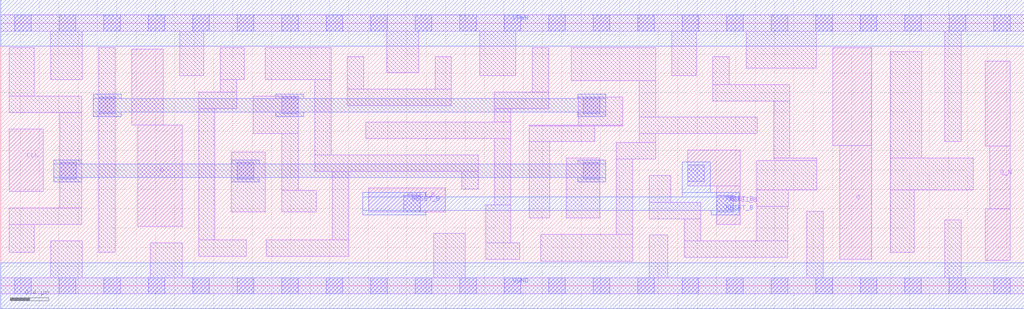
<source format=lef>
# Copyright 2020 The SkyWater PDK Authors
#
# Licensed under the Apache License, Version 2.0 (the "License");
# you may not use this file except in compliance with the License.
# You may obtain a copy of the License at
#
#     https://www.apache.org/licenses/LICENSE-2.0
#
# Unless required by applicable law or agreed to in writing, software
# distributed under the License is distributed on an "AS IS" BASIS,
# WITHOUT WARRANTIES OR CONDITIONS OF ANY KIND, either express or implied.
# See the License for the specific language governing permissions and
# limitations under the License.
#
# SPDX-License-Identifier: Apache-2.0

VERSION 5.7 ;
  NOWIREEXTENSIONATPIN ON ;
  DIVIDERCHAR "/" ;
  BUSBITCHARS "[]" ;
UNITS
  DATABASE MICRONS 200 ;
END UNITS
MACRO sky130_fd_sc_hd__dfrbp_1
  CLASS CORE ;
  FOREIGN sky130_fd_sc_hd__dfrbp_1 ;
  ORIGIN  0.000000  0.000000 ;
  SIZE  10.58000 BY  2.720000 ;
  SYMMETRY X Y R90 ;
  SITE unithd ;
  PIN D
    ANTENNAGATEAREA  0.126000 ;
    DIRECTION INPUT ;
    USE SIGNAL ;
    PORT
      LAYER li1 ;
        RECT 1.355000 1.665000 1.680000 2.450000 ;
        RECT 1.415000 0.615000 1.875000 1.665000 ;
    END
  END D
  PIN Q
    ANTENNADIFFAREA  0.449000 ;
    DIRECTION OUTPUT ;
    USE SIGNAL ;
    PORT
      LAYER li1 ;
        RECT 8.600000 1.455000 9.005000 2.465000 ;
        RECT 8.675000 0.275000 9.005000 1.455000 ;
    END
  END Q
  PIN Q_N
    ANTENNADIFFAREA  0.429000 ;
    DIRECTION OUTPUT ;
    USE SIGNAL ;
    PORT
      LAYER li1 ;
        RECT 10.180000 0.265000 10.435000 0.795000 ;
        RECT 10.180000 1.445000 10.435000 2.325000 ;
        RECT 10.225000 0.795000 10.435000 1.445000 ;
    END
  END Q_N
  PIN RESET_B
    ANTENNAGATEAREA  0.252000 ;
    DIRECTION INPUT ;
    USE SIGNAL ;
    PORT
      LAYER li1 ;
        RECT 3.805000 0.765000 4.595000 1.015000 ;
      LAYER mcon ;
        RECT 4.165000 0.765000 4.335000 0.935000 ;
    END
    PORT
      LAYER li1 ;
        RECT 7.105000 1.035000 7.645000 1.405000 ;
        RECT 7.405000 0.635000 7.645000 1.035000 ;
      LAYER mcon ;
        RECT 7.105000 1.080000 7.275000 1.250000 ;
        RECT 7.405000 0.765000 7.575000 0.935000 ;
    END
    PORT
      LAYER met1 ;
        RECT 3.745000 0.735000 4.395000 0.780000 ;
        RECT 3.745000 0.780000 7.635000 0.920000 ;
        RECT 3.745000 0.920000 4.395000 0.965000 ;
        RECT 7.045000 0.920000 7.635000 0.965000 ;
        RECT 7.045000 0.965000 7.335000 1.280000 ;
        RECT 7.345000 0.735000 7.635000 0.780000 ;
    END
  END RESET_B
  PIN CLK
    ANTENNAGATEAREA  0.159000 ;
    DIRECTION INPUT ;
    USE CLOCK ;
    PORT
      LAYER li1 ;
        RECT 0.090000 0.975000 0.440000 1.625000 ;
    END
  END CLK
  PIN VGND
    DIRECTION INOUT ;
    SHAPE ABUTMENT ;
    USE GROUND ;
    PORT
      LAYER met1 ;
        RECT 0.000000 -0.240000 10.580000 0.240000 ;
    END
  END VGND
  PIN VPWR
    DIRECTION INOUT ;
    SHAPE ABUTMENT ;
    USE POWER ;
    PORT
      LAYER met1 ;
        RECT 0.000000 2.480000 10.580000 2.960000 ;
    END
  END VPWR
  OBS
    LAYER li1 ;
      RECT 0.000000 -0.085000 10.580000 0.085000 ;
      RECT 0.000000  2.635000 10.580000 2.805000 ;
      RECT 0.090000  0.345000  0.345000 0.635000 ;
      RECT 0.090000  0.635000  0.840000 0.805000 ;
      RECT 0.090000  1.795000  0.840000 1.965000 ;
      RECT 0.090000  1.965000  0.345000 2.465000 ;
      RECT 0.515000  0.085000  0.845000 0.465000 ;
      RECT 0.515000  2.135000  0.845000 2.635000 ;
      RECT 0.610000  0.805000  0.840000 1.795000 ;
      RECT 1.015000  0.345000  1.185000 2.465000 ;
      RECT 1.545000  0.085000  1.875000 0.445000 ;
      RECT 1.850000  2.175000  2.100000 2.635000 ;
      RECT 2.045000  0.305000  2.540000 0.475000 ;
      RECT 2.045000  0.475000  2.215000 1.835000 ;
      RECT 2.045000  1.835000  2.440000 2.005000 ;
      RECT 2.270000  2.005000  2.440000 2.135000 ;
      RECT 2.270000  2.135000  2.520000 2.465000 ;
      RECT 2.385000  0.765000  2.735000 1.385000 ;
      RECT 2.610000  1.575000  3.075000 1.965000 ;
      RECT 2.735000  2.135000  3.415000 2.465000 ;
      RECT 2.745000  0.305000  3.600000 0.475000 ;
      RECT 2.905000  0.765000  3.260000 0.985000 ;
      RECT 2.905000  0.985000  3.075000 1.575000 ;
      RECT 3.245000  1.185000  4.935000 1.355000 ;
      RECT 3.245000  1.355000  3.415000 2.135000 ;
      RECT 3.430000  0.475000  3.600000 1.185000 ;
      RECT 3.585000  1.865000  4.660000 2.035000 ;
      RECT 3.585000  2.035000  3.755000 2.375000 ;
      RECT 3.775000  1.525000  5.275000 1.695000 ;
      RECT 3.990000  2.205000  4.320000 2.635000 ;
      RECT 4.475000  0.085000  4.805000 0.545000 ;
      RECT 4.490000  2.035000  4.660000 2.375000 ;
      RECT 4.765000  1.005000  4.935000 1.185000 ;
      RECT 4.955000  2.175000  5.325000 2.635000 ;
      RECT 5.015000  0.275000  5.365000 0.445000 ;
      RECT 5.015000  0.445000  5.275000 0.835000 ;
      RECT 5.105000  0.835000  5.275000 1.525000 ;
      RECT 5.105000  1.695000  5.275000 1.835000 ;
      RECT 5.105000  1.835000  5.665000 2.005000 ;
      RECT 5.465000  0.705000  5.675000 1.495000 ;
      RECT 5.465000  1.495000  6.140000 1.655000 ;
      RECT 5.465000  1.655000  6.430000 1.665000 ;
      RECT 5.495000  2.005000  5.665000 2.465000 ;
      RECT 5.585000  0.255000  6.535000 0.535000 ;
      RECT 5.845000  0.705000  6.195000 1.325000 ;
      RECT 5.900000  2.125000  6.770000 2.465000 ;
      RECT 5.970000  1.665000  6.430000 1.955000 ;
      RECT 6.365000  0.535000  6.535000 1.315000 ;
      RECT 6.365000  1.315000  6.770000 1.485000 ;
      RECT 6.600000  1.485000  6.770000 1.575000 ;
      RECT 6.600000  1.575000  7.820000 1.745000 ;
      RECT 6.600000  1.745000  6.770000 2.125000 ;
      RECT 6.705000  0.085000  6.895000 0.525000 ;
      RECT 6.705000  0.695000  7.235000 0.865000 ;
      RECT 6.705000  0.865000  6.925000 1.145000 ;
      RECT 6.940000  2.175000  7.190000 2.635000 ;
      RECT 7.065000  0.295000  8.135000 0.465000 ;
      RECT 7.065000  0.465000  7.235000 0.695000 ;
      RECT 7.360000  1.915000  8.160000 2.085000 ;
      RECT 7.360000  2.085000  7.530000 2.375000 ;
      RECT 7.710000  2.255000  8.430000 2.635000 ;
      RECT 7.815000  0.465000  8.135000 0.820000 ;
      RECT 7.815000  0.820000  8.140000 0.995000 ;
      RECT 7.815000  0.995000  8.435000 1.295000 ;
      RECT 7.990000  1.295000  8.435000 1.325000 ;
      RECT 7.990000  1.325000  8.160000 1.915000 ;
      RECT 8.335000  0.085000  8.505000 0.770000 ;
      RECT 9.195000  0.345000  9.445000 0.995000 ;
      RECT 9.195000  0.995000 10.055000 1.325000 ;
      RECT 9.195000  1.325000  9.525000 2.425000 ;
      RECT 9.760000  0.085000  9.930000 0.680000 ;
      RECT 9.760000  1.495000  9.930000 2.635000 ;
    LAYER mcon ;
      RECT  0.145000 -0.085000  0.315000 0.085000 ;
      RECT  0.145000  2.635000  0.315000 2.805000 ;
      RECT  0.605000 -0.085000  0.775000 0.085000 ;
      RECT  0.605000  2.635000  0.775000 2.805000 ;
      RECT  0.610000  1.105000  0.780000 1.275000 ;
      RECT  1.015000  1.785000  1.185000 1.955000 ;
      RECT  1.065000 -0.085000  1.235000 0.085000 ;
      RECT  1.065000  2.635000  1.235000 2.805000 ;
      RECT  1.525000 -0.085000  1.695000 0.085000 ;
      RECT  1.525000  2.635000  1.695000 2.805000 ;
      RECT  1.985000 -0.085000  2.155000 0.085000 ;
      RECT  1.985000  2.635000  2.155000 2.805000 ;
      RECT  2.445000 -0.085000  2.615000 0.085000 ;
      RECT  2.445000  1.105000  2.615000 1.275000 ;
      RECT  2.445000  2.635000  2.615000 2.805000 ;
      RECT  2.905000 -0.085000  3.075000 0.085000 ;
      RECT  2.905000  1.785000  3.075000 1.955000 ;
      RECT  2.905000  2.635000  3.075000 2.805000 ;
      RECT  3.365000 -0.085000  3.535000 0.085000 ;
      RECT  3.365000  2.635000  3.535000 2.805000 ;
      RECT  3.825000 -0.085000  3.995000 0.085000 ;
      RECT  3.825000  2.635000  3.995000 2.805000 ;
      RECT  4.285000 -0.085000  4.455000 0.085000 ;
      RECT  4.285000  2.635000  4.455000 2.805000 ;
      RECT  4.745000 -0.085000  4.915000 0.085000 ;
      RECT  4.745000  2.635000  4.915000 2.805000 ;
      RECT  5.205000 -0.085000  5.375000 0.085000 ;
      RECT  5.205000  2.635000  5.375000 2.805000 ;
      RECT  5.665000 -0.085000  5.835000 0.085000 ;
      RECT  5.665000  2.635000  5.835000 2.805000 ;
      RECT  6.025000  1.105000  6.195000 1.275000 ;
      RECT  6.025000  1.785000  6.195000 1.955000 ;
      RECT  6.125000 -0.085000  6.295000 0.085000 ;
      RECT  6.125000  2.635000  6.295000 2.805000 ;
      RECT  6.585000 -0.085000  6.755000 0.085000 ;
      RECT  6.585000  2.635000  6.755000 2.805000 ;
      RECT  7.045000 -0.085000  7.215000 0.085000 ;
      RECT  7.045000  2.635000  7.215000 2.805000 ;
      RECT  7.505000 -0.085000  7.675000 0.085000 ;
      RECT  7.505000  2.635000  7.675000 2.805000 ;
      RECT  7.965000 -0.085000  8.135000 0.085000 ;
      RECT  7.965000  2.635000  8.135000 2.805000 ;
      RECT  8.425000 -0.085000  8.595000 0.085000 ;
      RECT  8.425000  2.635000  8.595000 2.805000 ;
      RECT  8.885000 -0.085000  9.055000 0.085000 ;
      RECT  8.885000  2.635000  9.055000 2.805000 ;
      RECT  9.345000 -0.085000  9.515000 0.085000 ;
      RECT  9.345000  2.635000  9.515000 2.805000 ;
      RECT  9.805000 -0.085000  9.975000 0.085000 ;
      RECT  9.805000  2.635000  9.975000 2.805000 ;
      RECT 10.265000 -0.085000 10.435000 0.085000 ;
      RECT 10.265000  2.635000 10.435000 2.805000 ;
    LAYER met1 ;
      RECT 0.550000 1.075000 0.840000 1.120000 ;
      RECT 0.550000 1.120000 6.255000 1.260000 ;
      RECT 0.550000 1.260000 0.840000 1.305000 ;
      RECT 0.955000 1.755000 1.245000 1.800000 ;
      RECT 0.955000 1.800000 6.255000 1.940000 ;
      RECT 0.955000 1.940000 1.245000 1.985000 ;
      RECT 2.385000 1.075000 2.675000 1.120000 ;
      RECT 2.385000 1.260000 2.675000 1.305000 ;
      RECT 2.845000 1.755000 3.135000 1.800000 ;
      RECT 2.845000 1.940000 3.135000 1.985000 ;
      RECT 5.965000 1.075000 6.255000 1.120000 ;
      RECT 5.965000 1.260000 6.255000 1.305000 ;
      RECT 5.965000 1.755000 6.255000 1.800000 ;
      RECT 5.965000 1.940000 6.255000 1.985000 ;
  END
END sky130_fd_sc_hd__dfrbp_1
END LIBRARY

</source>
